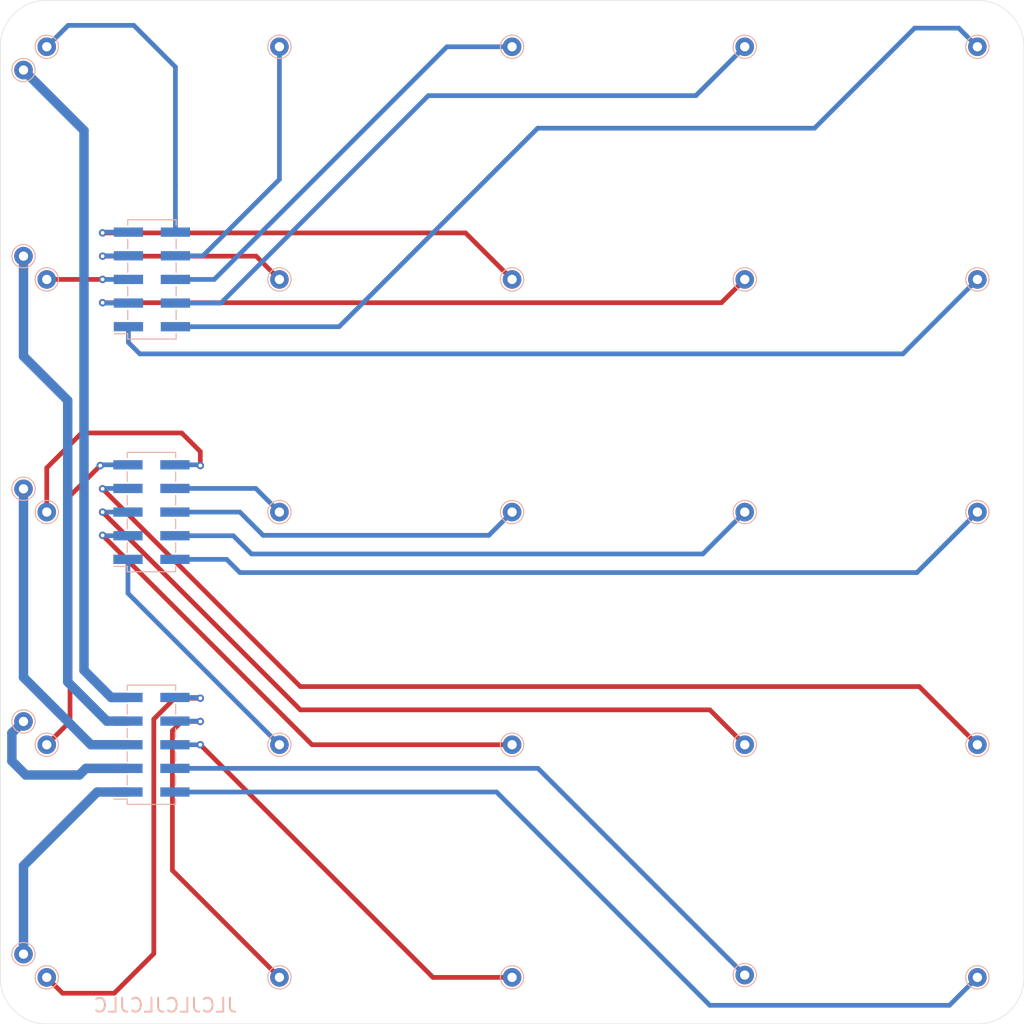
<source format=kicad_pcb>
(kicad_pcb (version 20171130) (host pcbnew "(5.1.10)-1")

  (general
    (thickness 1.6)
    (drawings 9)
    (tracks 136)
    (zones 0)
    (modules 37)
    (nets 31)
  )

  (page A4)
  (layers
    (0 F.Cu signal)
    (31 B.Cu signal)
    (32 B.Adhes user)
    (33 F.Adhes user)
    (34 B.Paste user)
    (35 F.Paste user)
    (36 B.SilkS user)
    (37 F.SilkS user)
    (38 B.Mask user)
    (39 F.Mask user)
    (40 Dwgs.User user)
    (41 Cmts.User user)
    (42 Eco1.User user)
    (43 Eco2.User user)
    (44 Edge.Cuts user)
    (45 Margin user)
    (46 B.CrtYd user)
    (47 F.CrtYd user)
    (48 B.Fab user hide)
    (49 F.Fab user hide)
  )

  (setup
    (last_trace_width 0.25)
    (user_trace_width 0.508)
    (user_trace_width 1.016)
    (trace_clearance 0.2)
    (zone_clearance 0.508)
    (zone_45_only no)
    (trace_min 0.2)
    (via_size 0.8)
    (via_drill 0.4)
    (via_min_size 0.4)
    (via_min_drill 0.3)
    (uvia_size 0.3)
    (uvia_drill 0.1)
    (uvias_allowed no)
    (uvia_min_size 0.2)
    (uvia_min_drill 0.1)
    (edge_width 0.05)
    (segment_width 0.2)
    (pcb_text_width 0.3)
    (pcb_text_size 1.5 1.5)
    (mod_edge_width 0.12)
    (mod_text_size 1 1)
    (mod_text_width 0.15)
    (pad_size 1.524 1.524)
    (pad_drill 0.762)
    (pad_to_mask_clearance 0)
    (aux_axis_origin 0 0)
    (visible_elements 7FFFFFFF)
    (pcbplotparams
      (layerselection 0x010fc_ffffffff)
      (usegerberextensions false)
      (usegerberattributes true)
      (usegerberadvancedattributes true)
      (creategerberjobfile true)
      (excludeedgelayer true)
      (linewidth 0.100000)
      (plotframeref false)
      (viasonmask false)
      (mode 1)
      (useauxorigin false)
      (hpglpennumber 1)
      (hpglpenspeed 20)
      (hpglpendiameter 15.000000)
      (psnegative false)
      (psa4output false)
      (plotreference true)
      (plotvalue true)
      (plotinvisibletext false)
      (padsonsilk false)
      (subtractmaskfromsilk false)
      (outputformat 1)
      (mirror false)
      (drillshape 0)
      (scaleselection 1)
      (outputdirectory "gerber/"))
  )

  (net 0 "")
  (net 1 "Net-(J1-Pad1)")
  (net 2 "Net-(J2-Pad1)")
  (net 3 "Net-(J3-Pad1)")
  (net 4 "Net-(J31-Pad5)")
  (net 5 "Net-(J31-Pad3)")
  (net 6 "Net-(J31-Pad7)")
  (net 7 "Net-(J10-Pad1)")
  (net 8 "Net-(J11-Pad1)")
  (net 9 "Net-(J12-Pad1)")
  (net 10 "Net-(J13-Pad1)")
  (net 11 "Net-(J14-Pad1)")
  (net 12 "Net-(J15-Pad1)")
  (net 13 "Net-(J16-Pad1)")
  (net 14 "Net-(J17-Pad1)")
  (net 15 "Net-(J18-Pad1)")
  (net 16 "Net-(J19-Pad1)")
  (net 17 "Net-(J20-Pad1)")
  (net 18 "Net-(J21-Pad1)")
  (net 19 "Net-(J22-Pad1)")
  (net 20 "Net-(J23-Pad1)")
  (net 21 "Net-(J24-Pad1)")
  (net 22 "Net-(J25-Pad1)")
  (net 23 "Net-(J26-Pad1)")
  (net 24 "Net-(J27-Pad1)")
  (net 25 "Net-(J28-Pad1)")
  (net 26 "Net-(J29-Pad1)")
  (net 27 "Net-(J30-Pad1)")
  (net 28 "Net-(J31-Pad4)")
  (net 29 "Net-(J31-Pad2)")
  (net 30 "Net-(J31-Pad9)")

  (net_class Default "This is the default net class."
    (clearance 0.2)
    (trace_width 0.25)
    (via_dia 0.8)
    (via_drill 0.4)
    (uvia_dia 0.3)
    (uvia_drill 0.1)
    (add_net "Net-(J1-Pad1)")
    (add_net "Net-(J10-Pad1)")
    (add_net "Net-(J11-Pad1)")
    (add_net "Net-(J12-Pad1)")
    (add_net "Net-(J13-Pad1)")
    (add_net "Net-(J14-Pad1)")
    (add_net "Net-(J15-Pad1)")
    (add_net "Net-(J16-Pad1)")
    (add_net "Net-(J17-Pad1)")
    (add_net "Net-(J18-Pad1)")
    (add_net "Net-(J19-Pad1)")
    (add_net "Net-(J2-Pad1)")
    (add_net "Net-(J20-Pad1)")
    (add_net "Net-(J21-Pad1)")
    (add_net "Net-(J22-Pad1)")
    (add_net "Net-(J23-Pad1)")
    (add_net "Net-(J24-Pad1)")
    (add_net "Net-(J25-Pad1)")
    (add_net "Net-(J26-Pad1)")
    (add_net "Net-(J27-Pad1)")
    (add_net "Net-(J28-Pad1)")
    (add_net "Net-(J29-Pad1)")
    (add_net "Net-(J3-Pad1)")
    (add_net "Net-(J30-Pad1)")
    (add_net "Net-(J31-Pad2)")
    (add_net "Net-(J31-Pad3)")
    (add_net "Net-(J31-Pad4)")
    (add_net "Net-(J31-Pad5)")
    (add_net "Net-(J31-Pad7)")
    (add_net "Net-(J31-Pad9)")
  )

  (module Connector_Pin:Pin_D1.0mm_L10.0mm locked (layer B.Cu) (tedit 5A1DC084) (tstamp 613C348C)
    (at 99.25 43)
    (descr "solder Pin_ diameter 1.0mm, hole diameter 1.0mm (press fit), length 10.0mm")
    (tags "solder Pin_ press fit")
    (path /613C1ACA)
    (fp_text reference J1 (at 0 -2.25) (layer B.SilkS) hide
      (effects (font (size 1 1) (thickness 0.15)) (justify mirror))
    )
    (fp_text value Conn_01x01 (at 0 2.05) (layer B.Fab)
      (effects (font (size 1 1) (thickness 0.15)) (justify mirror))
    )
    (fp_circle (center 0 0) (end 1.25 -0.05) (layer B.SilkS) (width 0.12))
    (fp_circle (center 0 0) (end 1 0) (layer B.Fab) (width 0.12))
    (fp_circle (center 0 0) (end 0.5 0) (layer B.Fab) (width 0.12))
    (fp_circle (center 0 0) (end 1.5 0) (layer B.CrtYd) (width 0.05))
    (fp_text user %R (at 0 -2.25) (layer B.Fab)
      (effects (font (size 1 1) (thickness 0.15)) (justify mirror))
    )
    (pad 1 thru_hole circle (at 0 0) (size 2 2) (drill 1) (layers *.Cu *.Mask)
      (net 1 "Net-(J1-Pad1)"))
  )

  (module Connector_Pin:Pin_D1.0mm_L10.0mm locked (layer B.Cu) (tedit 5A1DC084) (tstamp 613C3495)
    (at 124.25 43)
    (descr "solder Pin_ diameter 1.0mm, hole diameter 1.0mm (press fit), length 10.0mm")
    (tags "solder Pin_ press fit")
    (path /613D5274)
    (fp_text reference J2 (at 0 -2.25) (layer B.SilkS) hide
      (effects (font (size 1 1) (thickness 0.15)) (justify mirror))
    )
    (fp_text value Conn_01x01 (at 0 2.05) (layer B.Fab)
      (effects (font (size 1 1) (thickness 0.15)) (justify mirror))
    )
    (fp_circle (center 0 0) (end 1.5 0) (layer B.CrtYd) (width 0.05))
    (fp_circle (center 0 0) (end 0.5 0) (layer B.Fab) (width 0.12))
    (fp_circle (center 0 0) (end 1 0) (layer B.Fab) (width 0.12))
    (fp_circle (center 0 0) (end 1.25 -0.05) (layer B.SilkS) (width 0.12))
    (fp_text user %R (at 0 -2.25) (layer B.Fab)
      (effects (font (size 1 1) (thickness 0.15)) (justify mirror))
    )
    (pad 1 thru_hole circle (at 0 0) (size 2 2) (drill 1) (layers *.Cu *.Mask)
      (net 2 "Net-(J2-Pad1)"))
  )

  (module Connector_Pin:Pin_D1.0mm_L10.0mm locked (layer B.Cu) (tedit 5A1DC084) (tstamp 613C349E)
    (at 149.25 43)
    (descr "solder Pin_ diameter 1.0mm, hole diameter 1.0mm (press fit), length 10.0mm")
    (tags "solder Pin_ press fit")
    (path /613C3897)
    (fp_text reference J3 (at 0 -2.25) (layer B.SilkS) hide
      (effects (font (size 1 1) (thickness 0.15)) (justify mirror))
    )
    (fp_text value Conn_01x01 (at 0 2.05) (layer B.Fab)
      (effects (font (size 1 1) (thickness 0.15)) (justify mirror))
    )
    (fp_circle (center 0 0) (end 1.5 0) (layer B.CrtYd) (width 0.05))
    (fp_circle (center 0 0) (end 0.5 0) (layer B.Fab) (width 0.12))
    (fp_circle (center 0 0) (end 1 0) (layer B.Fab) (width 0.12))
    (fp_circle (center 0 0) (end 1.25 -0.05) (layer B.SilkS) (width 0.12))
    (fp_text user %R (at 0 -2.25) (layer B.Fab)
      (effects (font (size 1 1) (thickness 0.15)) (justify mirror))
    )
    (pad 1 thru_hole circle (at 0 0) (size 2 2) (drill 1) (layers *.Cu *.Mask)
      (net 3 "Net-(J3-Pad1)"))
  )

  (module Connector_Pin:Pin_D1.0mm_L10.0mm locked (layer B.Cu) (tedit 5A1DC084) (tstamp 613C34A7)
    (at 174.25 43)
    (descr "solder Pin_ diameter 1.0mm, hole diameter 1.0mm (press fit), length 10.0mm")
    (tags "solder Pin_ press fit")
    (path /613D527A)
    (fp_text reference J4 (at 0 -2.25) (layer B.SilkS) hide
      (effects (font (size 1 1) (thickness 0.15)) (justify mirror))
    )
    (fp_text value Conn_01x01 (at 0 2.05) (layer B.Fab)
      (effects (font (size 1 1) (thickness 0.15)) (justify mirror))
    )
    (fp_circle (center 0 0) (end 1.25 -0.05) (layer B.SilkS) (width 0.12))
    (fp_circle (center 0 0) (end 1 0) (layer B.Fab) (width 0.12))
    (fp_circle (center 0 0) (end 0.5 0) (layer B.Fab) (width 0.12))
    (fp_circle (center 0 0) (end 1.5 0) (layer B.CrtYd) (width 0.05))
    (fp_text user %R (at 0 -2.25) (layer B.Fab)
      (effects (font (size 1 1) (thickness 0.15)) (justify mirror))
    )
    (pad 1 thru_hole circle (at 0 0) (size 2 2) (drill 1) (layers *.Cu *.Mask)
      (net 28 "Net-(J31-Pad4)"))
  )

  (module Connector_Pin:Pin_D1.0mm_L10.0mm locked (layer B.Cu) (tedit 5A1DC084) (tstamp 613C34B0)
    (at 199.25 43)
    (descr "solder Pin_ diameter 1.0mm, hole diameter 1.0mm (press fit), length 10.0mm")
    (tags "solder Pin_ press fit")
    (path /613C3ABD)
    (fp_text reference J5 (at 0 -2.25) (layer B.SilkS) hide
      (effects (font (size 1 1) (thickness 0.15)) (justify mirror))
    )
    (fp_text value Conn_01x01 (at 0 2.05) (layer B.Fab)
      (effects (font (size 1 1) (thickness 0.15)) (justify mirror))
    )
    (fp_circle (center 0 0) (end 1.25 -0.05) (layer B.SilkS) (width 0.12))
    (fp_circle (center 0 0) (end 1 0) (layer B.Fab) (width 0.12))
    (fp_circle (center 0 0) (end 0.5 0) (layer B.Fab) (width 0.12))
    (fp_circle (center 0 0) (end 1.5 0) (layer B.CrtYd) (width 0.05))
    (fp_text user %R (at 0 -2.25) (layer B.Fab)
      (effects (font (size 1 1) (thickness 0.15)) (justify mirror))
    )
    (pad 1 thru_hole circle (at 0 0) (size 2 2) (drill 1) (layers *.Cu *.Mask)
      (net 29 "Net-(J31-Pad2)"))
  )

  (module Connector_Pin:Pin_D1.0mm_L10.0mm locked (layer B.Cu) (tedit 5A1DC084) (tstamp 613C34B9)
    (at 99.25 68)
    (descr "solder Pin_ diameter 1.0mm, hole diameter 1.0mm (press fit), length 10.0mm")
    (tags "solder Pin_ press fit")
    (path /613D5280)
    (fp_text reference J6 (at 0 -2.25) (layer B.SilkS) hide
      (effects (font (size 1 1) (thickness 0.15)) (justify mirror))
    )
    (fp_text value Conn_01x01 (at 0 2.05) (layer B.Fab)
      (effects (font (size 1 1) (thickness 0.15)) (justify mirror))
    )
    (fp_circle (center 0 0) (end 1.5 0) (layer B.CrtYd) (width 0.05))
    (fp_circle (center 0 0) (end 0.5 0) (layer B.Fab) (width 0.12))
    (fp_circle (center 0 0) (end 1 0) (layer B.Fab) (width 0.12))
    (fp_circle (center 0 0) (end 1.25 -0.05) (layer B.SilkS) (width 0.12))
    (fp_text user %R (at 0 -2.25) (layer B.Fab)
      (effects (font (size 1 1) (thickness 0.15)) (justify mirror))
    )
    (pad 1 thru_hole circle (at 0 0) (size 2 2) (drill 1) (layers *.Cu *.Mask)
      (net 4 "Net-(J31-Pad5)"))
  )

  (module Connector_Pin:Pin_D1.0mm_L10.0mm locked (layer B.Cu) (tedit 5A1DC084) (tstamp 613C34C2)
    (at 124.25 68)
    (descr "solder Pin_ diameter 1.0mm, hole diameter 1.0mm (press fit), length 10.0mm")
    (tags "solder Pin_ press fit")
    (path /613C3D84)
    (fp_text reference J7 (at 0 -2.25) (layer B.SilkS) hide
      (effects (font (size 1 1) (thickness 0.15)) (justify mirror))
    )
    (fp_text value Conn_01x01 (at 0 2.05) (layer B.Fab)
      (effects (font (size 1 1) (thickness 0.15)) (justify mirror))
    )
    (fp_circle (center 0 0) (end 1.5 0) (layer B.CrtYd) (width 0.05))
    (fp_circle (center 0 0) (end 0.5 0) (layer B.Fab) (width 0.12))
    (fp_circle (center 0 0) (end 1 0) (layer B.Fab) (width 0.12))
    (fp_circle (center 0 0) (end 1.25 -0.05) (layer B.SilkS) (width 0.12))
    (fp_text user %R (at 0 -2.25) (layer B.Fab)
      (effects (font (size 1 1) (thickness 0.15)) (justify mirror))
    )
    (pad 1 thru_hole circle (at 0 0) (size 2 2) (drill 1) (layers *.Cu *.Mask)
      (net 6 "Net-(J31-Pad7)"))
  )

  (module Connector_Pin:Pin_D1.0mm_L10.0mm locked (layer B.Cu) (tedit 5A1DC084) (tstamp 613C34CB)
    (at 149.25 68)
    (descr "solder Pin_ diameter 1.0mm, hole diameter 1.0mm (press fit), length 10.0mm")
    (tags "solder Pin_ press fit")
    (path /613D5286)
    (fp_text reference J8 (at 0 -2.25) (layer B.SilkS) hide
      (effects (font (size 1 1) (thickness 0.15)) (justify mirror))
    )
    (fp_text value Conn_01x01 (at 0 2.05) (layer B.Fab)
      (effects (font (size 1 1) (thickness 0.15)) (justify mirror))
    )
    (fp_circle (center 0 0) (end 1.25 -0.05) (layer B.SilkS) (width 0.12))
    (fp_circle (center 0 0) (end 1 0) (layer B.Fab) (width 0.12))
    (fp_circle (center 0 0) (end 0.5 0) (layer B.Fab) (width 0.12))
    (fp_circle (center 0 0) (end 1.5 0) (layer B.CrtYd) (width 0.05))
    (fp_text user %R (at 0 -2.25) (layer B.Fab)
      (effects (font (size 1 1) (thickness 0.15)) (justify mirror))
    )
    (pad 1 thru_hole circle (at 0 0) (size 2 2) (drill 1) (layers *.Cu *.Mask)
      (net 30 "Net-(J31-Pad9)"))
  )

  (module Connector_Pin:Pin_D1.0mm_L10.0mm locked (layer B.Cu) (tedit 5A1DC084) (tstamp 613C34D4)
    (at 174.25 68)
    (descr "solder Pin_ diameter 1.0mm, hole diameter 1.0mm (press fit), length 10.0mm")
    (tags "solder Pin_ press fit")
    (path /613D39BD)
    (fp_text reference J9 (at 0 -2.25) (layer B.SilkS) hide
      (effects (font (size 1 1) (thickness 0.15)) (justify mirror))
    )
    (fp_text value Conn_01x01 (at 0 2.05) (layer B.Fab)
      (effects (font (size 1 1) (thickness 0.15)) (justify mirror))
    )
    (fp_circle (center 0 0) (end 1.25 -0.05) (layer B.SilkS) (width 0.12))
    (fp_circle (center 0 0) (end 1 0) (layer B.Fab) (width 0.12))
    (fp_circle (center 0 0) (end 0.5 0) (layer B.Fab) (width 0.12))
    (fp_circle (center 0 0) (end 1.5 0) (layer B.CrtYd) (width 0.05))
    (fp_text user %R (at 0 -2.25) (layer B.Fab)
      (effects (font (size 1 1) (thickness 0.15)) (justify mirror))
    )
    (pad 1 thru_hole circle (at 0 0) (size 2 2) (drill 1) (layers *.Cu *.Mask)
      (net 5 "Net-(J31-Pad3)"))
  )

  (module Connector_Pin:Pin_D1.0mm_L10.0mm locked (layer B.Cu) (tedit 5A1DC084) (tstamp 613C34DD)
    (at 199.25 68)
    (descr "solder Pin_ diameter 1.0mm, hole diameter 1.0mm (press fit), length 10.0mm")
    (tags "solder Pin_ press fit")
    (path /613D528C)
    (fp_text reference J10 (at 0 -2.25) (layer B.SilkS) hide
      (effects (font (size 1 1) (thickness 0.15)) (justify mirror))
    )
    (fp_text value Conn_01x01 (at 0 2.05) (layer B.Fab)
      (effects (font (size 1 1) (thickness 0.15)) (justify mirror))
    )
    (fp_circle (center 0 0) (end 1.5 0) (layer B.CrtYd) (width 0.05))
    (fp_circle (center 0 0) (end 0.5 0) (layer B.Fab) (width 0.12))
    (fp_circle (center 0 0) (end 1 0) (layer B.Fab) (width 0.12))
    (fp_circle (center 0 0) (end 1.25 -0.05) (layer B.SilkS) (width 0.12))
    (fp_text user %R (at 0 -2.25) (layer B.Fab)
      (effects (font (size 1 1) (thickness 0.15)) (justify mirror))
    )
    (pad 1 thru_hole circle (at 0 0) (size 2 2) (drill 1) (layers *.Cu *.Mask)
      (net 7 "Net-(J10-Pad1)"))
  )

  (module Connector_Pin:Pin_D1.0mm_L10.0mm locked (layer B.Cu) (tedit 5A1DC084) (tstamp 613C34E6)
    (at 99.25 93)
    (descr "solder Pin_ diameter 1.0mm, hole diameter 1.0mm (press fit), length 10.0mm")
    (tags "solder Pin_ press fit")
    (path /613D7ADE)
    (fp_text reference J11 (at 0 -2.25) (layer B.SilkS) hide
      (effects (font (size 1 1) (thickness 0.15)) (justify mirror))
    )
    (fp_text value Conn_01x01 (at 0 2.05) (layer B.Fab)
      (effects (font (size 1 1) (thickness 0.15)) (justify mirror))
    )
    (fp_circle (center 0 0) (end 1.25 -0.05) (layer B.SilkS) (width 0.12))
    (fp_circle (center 0 0) (end 1 0) (layer B.Fab) (width 0.12))
    (fp_circle (center 0 0) (end 0.5 0) (layer B.Fab) (width 0.12))
    (fp_circle (center 0 0) (end 1.5 0) (layer B.CrtYd) (width 0.05))
    (fp_text user %R (at 0 -2.25) (layer B.Fab)
      (effects (font (size 1 1) (thickness 0.15)) (justify mirror))
    )
    (pad 1 thru_hole circle (at 0 0) (size 2 2) (drill 1) (layers *.Cu *.Mask)
      (net 8 "Net-(J11-Pad1)"))
  )

  (module Connector_Pin:Pin_D1.0mm_L10.0mm locked (layer B.Cu) (tedit 5A1DC084) (tstamp 613C34EF)
    (at 124.25 93)
    (descr "solder Pin_ diameter 1.0mm, hole diameter 1.0mm (press fit), length 10.0mm")
    (tags "solder Pin_ press fit")
    (path /613D7AFC)
    (fp_text reference J12 (at 0 -2.25) (layer B.SilkS) hide
      (effects (font (size 1 1) (thickness 0.15)) (justify mirror))
    )
    (fp_text value Conn_01x01 (at 0 2.05) (layer B.Fab)
      (effects (font (size 1 1) (thickness 0.15)) (justify mirror))
    )
    (fp_circle (center 0 0) (end 1.5 0) (layer B.CrtYd) (width 0.05))
    (fp_circle (center 0 0) (end 0.5 0) (layer B.Fab) (width 0.12))
    (fp_circle (center 0 0) (end 1 0) (layer B.Fab) (width 0.12))
    (fp_circle (center 0 0) (end 1.25 -0.05) (layer B.SilkS) (width 0.12))
    (fp_text user %R (at 0 -2.25) (layer B.Fab)
      (effects (font (size 1 1) (thickness 0.15)) (justify mirror))
    )
    (pad 1 thru_hole circle (at 0 0) (size 2 2) (drill 1) (layers *.Cu *.Mask)
      (net 9 "Net-(J12-Pad1)"))
  )

  (module Connector_Pin:Pin_D1.0mm_L10.0mm locked (layer B.Cu) (tedit 5A1DC084) (tstamp 613C34F8)
    (at 149.25 93)
    (descr "solder Pin_ diameter 1.0mm, hole diameter 1.0mm (press fit), length 10.0mm")
    (tags "solder Pin_ press fit")
    (path /613D7AE4)
    (fp_text reference J13 (at 0 -2.25) (layer B.SilkS) hide
      (effects (font (size 1 1) (thickness 0.15)) (justify mirror))
    )
    (fp_text value Conn_01x01 (at 0 2.05) (layer B.Fab)
      (effects (font (size 1 1) (thickness 0.15)) (justify mirror))
    )
    (fp_circle (center 0 0) (end 1.5 0) (layer B.CrtYd) (width 0.05))
    (fp_circle (center 0 0) (end 0.5 0) (layer B.Fab) (width 0.12))
    (fp_circle (center 0 0) (end 1 0) (layer B.Fab) (width 0.12))
    (fp_circle (center 0 0) (end 1.25 -0.05) (layer B.SilkS) (width 0.12))
    (fp_text user %R (at 0 -2.25) (layer B.Fab)
      (effects (font (size 1 1) (thickness 0.15)) (justify mirror))
    )
    (pad 1 thru_hole circle (at 0 0) (size 2 2) (drill 1) (layers *.Cu *.Mask)
      (net 10 "Net-(J13-Pad1)"))
  )

  (module Connector_Pin:Pin_D1.0mm_L10.0mm locked (layer B.Cu) (tedit 5A1DC084) (tstamp 613C3501)
    (at 174.25 93)
    (descr "solder Pin_ diameter 1.0mm, hole diameter 1.0mm (press fit), length 10.0mm")
    (tags "solder Pin_ press fit")
    (path /613D7B02)
    (fp_text reference J14 (at 0 -2.25) (layer B.SilkS) hide
      (effects (font (size 1 1) (thickness 0.15)) (justify mirror))
    )
    (fp_text value Conn_01x01 (at 0 2.05) (layer B.Fab)
      (effects (font (size 1 1) (thickness 0.15)) (justify mirror))
    )
    (fp_circle (center 0 0) (end 1.5 0) (layer B.CrtYd) (width 0.05))
    (fp_circle (center 0 0) (end 0.5 0) (layer B.Fab) (width 0.12))
    (fp_circle (center 0 0) (end 1 0) (layer B.Fab) (width 0.12))
    (fp_circle (center 0 0) (end 1.25 -0.05) (layer B.SilkS) (width 0.12))
    (fp_text user %R (at 0 -2.25) (layer B.Fab)
      (effects (font (size 1 1) (thickness 0.15)) (justify mirror))
    )
    (pad 1 thru_hole circle (at 0 0) (size 2 2) (drill 1) (layers *.Cu *.Mask)
      (net 11 "Net-(J14-Pad1)"))
  )

  (module Connector_Pin:Pin_D1.0mm_L10.0mm locked (layer B.Cu) (tedit 5A1DC084) (tstamp 613C350A)
    (at 199.25 93)
    (descr "solder Pin_ diameter 1.0mm, hole diameter 1.0mm (press fit), length 10.0mm")
    (tags "solder Pin_ press fit")
    (path /613D7AEA)
    (fp_text reference J15 (at 0 -2.25) (layer B.SilkS) hide
      (effects (font (size 1 1) (thickness 0.15)) (justify mirror))
    )
    (fp_text value Conn_01x01 (at 0 2.05) (layer B.Fab)
      (effects (font (size 1 1) (thickness 0.15)) (justify mirror))
    )
    (fp_circle (center 0 0) (end 1.25 -0.05) (layer B.SilkS) (width 0.12))
    (fp_circle (center 0 0) (end 1 0) (layer B.Fab) (width 0.12))
    (fp_circle (center 0 0) (end 0.5 0) (layer B.Fab) (width 0.12))
    (fp_circle (center 0 0) (end 1.5 0) (layer B.CrtYd) (width 0.05))
    (fp_text user %R (at 0 -2.25) (layer B.Fab)
      (effects (font (size 1 1) (thickness 0.15)) (justify mirror))
    )
    (pad 1 thru_hole circle (at 0 0) (size 2 2) (drill 1) (layers *.Cu *.Mask)
      (net 12 "Net-(J15-Pad1)"))
  )

  (module Connector_Pin:Pin_D1.0mm_L10.0mm locked (layer B.Cu) (tedit 5A1DC084) (tstamp 613C3513)
    (at 99.25 118)
    (descr "solder Pin_ diameter 1.0mm, hole diameter 1.0mm (press fit), length 10.0mm")
    (tags "solder Pin_ press fit")
    (path /613D7B08)
    (fp_text reference J16 (at 0 -2.25) (layer B.SilkS) hide
      (effects (font (size 1 1) (thickness 0.15)) (justify mirror))
    )
    (fp_text value Conn_01x01 (at 0 2.05) (layer B.Fab)
      (effects (font (size 1 1) (thickness 0.15)) (justify mirror))
    )
    (fp_circle (center 0 0) (end 1.25 -0.05) (layer B.SilkS) (width 0.12))
    (fp_circle (center 0 0) (end 1 0) (layer B.Fab) (width 0.12))
    (fp_circle (center 0 0) (end 0.5 0) (layer B.Fab) (width 0.12))
    (fp_circle (center 0 0) (end 1.5 0) (layer B.CrtYd) (width 0.05))
    (fp_text user %R (at 0 -2.25) (layer B.Fab)
      (effects (font (size 1 1) (thickness 0.15)) (justify mirror))
    )
    (pad 1 thru_hole circle (at 0 0) (size 2 2) (drill 1) (layers *.Cu *.Mask)
      (net 13 "Net-(J16-Pad1)"))
  )

  (module Connector_Pin:Pin_D1.0mm_L10.0mm locked (layer B.Cu) (tedit 5A1DC084) (tstamp 613C351C)
    (at 124.25 118)
    (descr "solder Pin_ diameter 1.0mm, hole diameter 1.0mm (press fit), length 10.0mm")
    (tags "solder Pin_ press fit")
    (path /613D7AF0)
    (fp_text reference J17 (at 0 -2.25) (layer B.SilkS) hide
      (effects (font (size 1 1) (thickness 0.15)) (justify mirror))
    )
    (fp_text value Conn_01x01 (at 0 2.05) (layer B.Fab)
      (effects (font (size 1 1) (thickness 0.15)) (justify mirror))
    )
    (fp_circle (center 0 0) (end 1.5 0) (layer B.CrtYd) (width 0.05))
    (fp_circle (center 0 0) (end 0.5 0) (layer B.Fab) (width 0.12))
    (fp_circle (center 0 0) (end 1 0) (layer B.Fab) (width 0.12))
    (fp_circle (center 0 0) (end 1.25 -0.05) (layer B.SilkS) (width 0.12))
    (fp_text user %R (at 0 -2.25) (layer B.Fab)
      (effects (font (size 1 1) (thickness 0.15)) (justify mirror))
    )
    (pad 1 thru_hole circle (at 0 0) (size 2 2) (drill 1) (layers *.Cu *.Mask)
      (net 14 "Net-(J17-Pad1)"))
  )

  (module Connector_Pin:Pin_D1.0mm_L10.0mm locked (layer B.Cu) (tedit 5A1DC084) (tstamp 613C3525)
    (at 149.25 118)
    (descr "solder Pin_ diameter 1.0mm, hole diameter 1.0mm (press fit), length 10.0mm")
    (tags "solder Pin_ press fit")
    (path /613D7B0E)
    (fp_text reference J18 (at 0 -2.25) (layer B.SilkS) hide
      (effects (font (size 1 1) (thickness 0.15)) (justify mirror))
    )
    (fp_text value Conn_01x01 (at 0 2.05) (layer B.Fab)
      (effects (font (size 1 1) (thickness 0.15)) (justify mirror))
    )
    (fp_circle (center 0 0) (end 1.25 -0.05) (layer B.SilkS) (width 0.12))
    (fp_circle (center 0 0) (end 1 0) (layer B.Fab) (width 0.12))
    (fp_circle (center 0 0) (end 0.5 0) (layer B.Fab) (width 0.12))
    (fp_circle (center 0 0) (end 1.5 0) (layer B.CrtYd) (width 0.05))
    (fp_text user %R (at 0 -2.25) (layer B.Fab)
      (effects (font (size 1 1) (thickness 0.15)) (justify mirror))
    )
    (pad 1 thru_hole circle (at 0 0) (size 2 2) (drill 1) (layers *.Cu *.Mask)
      (net 15 "Net-(J18-Pad1)"))
  )

  (module Connector_Pin:Pin_D1.0mm_L10.0mm locked (layer B.Cu) (tedit 5A1DC084) (tstamp 613C352E)
    (at 174.25 118)
    (descr "solder Pin_ diameter 1.0mm, hole diameter 1.0mm (press fit), length 10.0mm")
    (tags "solder Pin_ press fit")
    (path /613D7AF6)
    (fp_text reference J19 (at 0 -2.25) (layer B.SilkS) hide
      (effects (font (size 1 1) (thickness 0.15)) (justify mirror))
    )
    (fp_text value Conn_01x01 (at 0 2.05) (layer B.Fab)
      (effects (font (size 1 1) (thickness 0.15)) (justify mirror))
    )
    (fp_circle (center 0 0) (end 1.25 -0.05) (layer B.SilkS) (width 0.12))
    (fp_circle (center 0 0) (end 1 0) (layer B.Fab) (width 0.12))
    (fp_circle (center 0 0) (end 0.5 0) (layer B.Fab) (width 0.12))
    (fp_circle (center 0 0) (end 1.5 0) (layer B.CrtYd) (width 0.05))
    (fp_text user %R (at 0 -2.25) (layer B.Fab)
      (effects (font (size 1 1) (thickness 0.15)) (justify mirror))
    )
    (pad 1 thru_hole circle (at 0 0) (size 2 2) (drill 1) (layers *.Cu *.Mask)
      (net 16 "Net-(J19-Pad1)"))
  )

  (module Connector_Pin:Pin_D1.0mm_L10.0mm locked (layer B.Cu) (tedit 5A1DC084) (tstamp 613C3537)
    (at 199.25 118)
    (descr "solder Pin_ diameter 1.0mm, hole diameter 1.0mm (press fit), length 10.0mm")
    (tags "solder Pin_ press fit")
    (path /613D7B14)
    (fp_text reference J20 (at 0 -2.25) (layer B.SilkS) hide
      (effects (font (size 1 1) (thickness 0.15)) (justify mirror))
    )
    (fp_text value Conn_01x01 (at 0 2.05) (layer B.Fab)
      (effects (font (size 1 1) (thickness 0.15)) (justify mirror))
    )
    (fp_circle (center 0 0) (end 1.5 0) (layer B.CrtYd) (width 0.05))
    (fp_circle (center 0 0) (end 0.5 0) (layer B.Fab) (width 0.12))
    (fp_circle (center 0 0) (end 1 0) (layer B.Fab) (width 0.12))
    (fp_circle (center 0 0) (end 1.25 -0.05) (layer B.SilkS) (width 0.12))
    (fp_text user %R (at 0 -2.25) (layer B.Fab)
      (effects (font (size 1 1) (thickness 0.15)) (justify mirror))
    )
    (pad 1 thru_hole circle (at 0 0) (size 2 2) (drill 1) (layers *.Cu *.Mask)
      (net 17 "Net-(J20-Pad1)"))
  )

  (module Connector_Pin:Pin_D1.0mm_L10.0mm locked (layer B.Cu) (tedit 5A1DC084) (tstamp 613C3540)
    (at 99.25 143)
    (descr "solder Pin_ diameter 1.0mm, hole diameter 1.0mm (press fit), length 10.0mm")
    (tags "solder Pin_ press fit")
    (path /613D96E2)
    (fp_text reference J21 (at 0 -2.25) (layer B.SilkS) hide
      (effects (font (size 1 1) (thickness 0.15)) (justify mirror))
    )
    (fp_text value Conn_01x01 (at 0 2.05) (layer B.Fab)
      (effects (font (size 1 1) (thickness 0.15)) (justify mirror))
    )
    (fp_circle (center 0 0) (end 1.25 -0.05) (layer B.SilkS) (width 0.12))
    (fp_circle (center 0 0) (end 1 0) (layer B.Fab) (width 0.12))
    (fp_circle (center 0 0) (end 0.5 0) (layer B.Fab) (width 0.12))
    (fp_circle (center 0 0) (end 1.5 0) (layer B.CrtYd) (width 0.05))
    (fp_text user %R (at 0 -2.25) (layer B.Fab)
      (effects (font (size 1 1) (thickness 0.15)) (justify mirror))
    )
    (pad 1 thru_hole circle (at 0 0) (size 2 2) (drill 1) (layers *.Cu *.Mask)
      (net 18 "Net-(J21-Pad1)"))
  )

  (module Connector_Pin:Pin_D1.0mm_L10.0mm locked (layer B.Cu) (tedit 5A1DC084) (tstamp 613C3549)
    (at 124.25 143)
    (descr "solder Pin_ diameter 1.0mm, hole diameter 1.0mm (press fit), length 10.0mm")
    (tags "solder Pin_ press fit")
    (path /613D9700)
    (fp_text reference J22 (at 0 -2.25) (layer B.SilkS) hide
      (effects (font (size 1 1) (thickness 0.15)) (justify mirror))
    )
    (fp_text value Conn_01x01 (at 0 2.05) (layer B.Fab)
      (effects (font (size 1 1) (thickness 0.15)) (justify mirror))
    )
    (fp_circle (center 0 0) (end 1.5 0) (layer B.CrtYd) (width 0.05))
    (fp_circle (center 0 0) (end 0.5 0) (layer B.Fab) (width 0.12))
    (fp_circle (center 0 0) (end 1 0) (layer B.Fab) (width 0.12))
    (fp_circle (center 0 0) (end 1.25 -0.05) (layer B.SilkS) (width 0.12))
    (fp_text user %R (at 0 -2.25) (layer B.Fab)
      (effects (font (size 1 1) (thickness 0.15)) (justify mirror))
    )
    (pad 1 thru_hole circle (at 0 0) (size 2 2) (drill 1) (layers *.Cu *.Mask)
      (net 19 "Net-(J22-Pad1)"))
  )

  (module Connector_Pin:Pin_D1.0mm_L10.0mm locked (layer B.Cu) (tedit 5A1DC084) (tstamp 613C3552)
    (at 149.25 143)
    (descr "solder Pin_ diameter 1.0mm, hole diameter 1.0mm (press fit), length 10.0mm")
    (tags "solder Pin_ press fit")
    (path /613D96E8)
    (fp_text reference J23 (at 0 -2.25) (layer B.SilkS) hide
      (effects (font (size 1 1) (thickness 0.15)) (justify mirror))
    )
    (fp_text value Conn_01x01 (at 0 2.05) (layer B.Fab)
      (effects (font (size 1 1) (thickness 0.15)) (justify mirror))
    )
    (fp_circle (center 0 0) (end 1.5 0) (layer B.CrtYd) (width 0.05))
    (fp_circle (center 0 0) (end 0.5 0) (layer B.Fab) (width 0.12))
    (fp_circle (center 0 0) (end 1 0) (layer B.Fab) (width 0.12))
    (fp_circle (center 0 0) (end 1.25 -0.05) (layer B.SilkS) (width 0.12))
    (fp_text user %R (at 0 -2.25) (layer B.Fab)
      (effects (font (size 1 1) (thickness 0.15)) (justify mirror))
    )
    (pad 1 thru_hole circle (at 0 0) (size 2 2) (drill 1) (layers *.Cu *.Mask)
      (net 20 "Net-(J23-Pad1)"))
  )

  (module Connector_Pin:Pin_D1.0mm_L10.0mm locked (layer B.Cu) (tedit 5A1DC084) (tstamp 613C355B)
    (at 174.25 142.75)
    (descr "solder Pin_ diameter 1.0mm, hole diameter 1.0mm (press fit), length 10.0mm")
    (tags "solder Pin_ press fit")
    (path /613D9706)
    (fp_text reference J24 (at 0 -2.25) (layer B.SilkS) hide
      (effects (font (size 1 1) (thickness 0.15)) (justify mirror))
    )
    (fp_text value Conn_01x01 (at 0 2.05) (layer B.Fab)
      (effects (font (size 1 1) (thickness 0.15)) (justify mirror))
    )
    (fp_circle (center 0 0) (end 1.25 -0.05) (layer B.SilkS) (width 0.12))
    (fp_circle (center 0 0) (end 1 0) (layer B.Fab) (width 0.12))
    (fp_circle (center 0 0) (end 0.5 0) (layer B.Fab) (width 0.12))
    (fp_circle (center 0 0) (end 1.5 0) (layer B.CrtYd) (width 0.05))
    (fp_text user %R (at 0 -2.25) (layer B.Fab)
      (effects (font (size 1 1) (thickness 0.15)) (justify mirror))
    )
    (pad 1 thru_hole circle (at 0 0) (size 2 2) (drill 1) (layers *.Cu *.Mask)
      (net 21 "Net-(J24-Pad1)"))
  )

  (module Connector_Pin:Pin_D1.0mm_L10.0mm locked (layer B.Cu) (tedit 5A1DC084) (tstamp 613C3564)
    (at 199.25 143)
    (descr "solder Pin_ diameter 1.0mm, hole diameter 1.0mm (press fit), length 10.0mm")
    (tags "solder Pin_ press fit")
    (path /613D96EE)
    (fp_text reference J25 (at 0 -2.25) (layer B.SilkS) hide
      (effects (font (size 1 1) (thickness 0.15)) (justify mirror))
    )
    (fp_text value Conn_01x01 (at 0 2.05) (layer B.Fab)
      (effects (font (size 1 1) (thickness 0.15)) (justify mirror))
    )
    (fp_circle (center 0 0) (end 1.25 -0.05) (layer B.SilkS) (width 0.12))
    (fp_circle (center 0 0) (end 1 0) (layer B.Fab) (width 0.12))
    (fp_circle (center 0 0) (end 0.5 0) (layer B.Fab) (width 0.12))
    (fp_circle (center 0 0) (end 1.5 0) (layer B.CrtYd) (width 0.05))
    (fp_text user %R (at 0 -2.25) (layer B.Fab)
      (effects (font (size 1 1) (thickness 0.15)) (justify mirror))
    )
    (pad 1 thru_hole circle (at 0 0) (size 2 2) (drill 1) (layers *.Cu *.Mask)
      (net 22 "Net-(J25-Pad1)"))
  )

  (module Connector_Pin:Pin_D1.0mm_L10.0mm (layer B.Cu) (tedit 5A1DC084) (tstamp 613C356D)
    (at 96.75 45.5 270)
    (descr "solder Pin_ diameter 1.0mm, hole diameter 1.0mm (press fit), length 10.0mm")
    (tags "solder Pin_ press fit")
    (path /613D970C)
    (fp_text reference J26 (at 0 -2.25 270) (layer B.SilkS) hide
      (effects (font (size 1 1) (thickness 0.15)) (justify mirror))
    )
    (fp_text value Conn_01x01 (at 0 2.05 270) (layer B.Fab)
      (effects (font (size 1 1) (thickness 0.15)) (justify mirror))
    )
    (fp_circle (center 0 0) (end 1.5 0) (layer B.CrtYd) (width 0.05))
    (fp_circle (center 0 0) (end 0.5 0) (layer B.Fab) (width 0.12))
    (fp_circle (center 0 0) (end 1 0) (layer B.Fab) (width 0.12))
    (fp_circle (center 0 0) (end 1.25 -0.05) (layer B.SilkS) (width 0.12))
    (fp_text user %R (at 0 -2.25 270) (layer B.Fab)
      (effects (font (size 1 1) (thickness 0.15)) (justify mirror))
    )
    (pad 1 thru_hole circle (at 0 0 270) (size 2 2) (drill 1) (layers *.Cu *.Mask)
      (net 23 "Net-(J26-Pad1)"))
  )

  (module Connector_Pin:Pin_D1.0mm_L10.0mm (layer B.Cu) (tedit 5A1DC084) (tstamp 613C3576)
    (at 96.75 65.5 270)
    (descr "solder Pin_ diameter 1.0mm, hole diameter 1.0mm (press fit), length 10.0mm")
    (tags "solder Pin_ press fit")
    (path /613D96F4)
    (fp_text reference J27 (at 0 -2.25 270) (layer B.SilkS) hide
      (effects (font (size 1 1) (thickness 0.15)) (justify mirror))
    )
    (fp_text value Conn_01x01 (at 0 2.05 270) (layer B.Fab)
      (effects (font (size 1 1) (thickness 0.15)) (justify mirror))
    )
    (fp_circle (center 0 0) (end 1.5 0) (layer B.CrtYd) (width 0.05))
    (fp_circle (center 0 0) (end 0.5 0) (layer B.Fab) (width 0.12))
    (fp_circle (center 0 0) (end 1 0) (layer B.Fab) (width 0.12))
    (fp_circle (center 0 0) (end 1.25 -0.05) (layer B.SilkS) (width 0.12))
    (fp_text user %R (at 0 -2.25 270) (layer B.Fab)
      (effects (font (size 1 1) (thickness 0.15)) (justify mirror))
    )
    (pad 1 thru_hole circle (at 0 0 270) (size 2 2) (drill 1) (layers *.Cu *.Mask)
      (net 24 "Net-(J27-Pad1)"))
  )

  (module Connector_Pin:Pin_D1.0mm_L10.0mm (layer B.Cu) (tedit 5A1DC084) (tstamp 613C357F)
    (at 96.75 90.5 270)
    (descr "solder Pin_ diameter 1.0mm, hole diameter 1.0mm (press fit), length 10.0mm")
    (tags "solder Pin_ press fit")
    (path /613D9712)
    (fp_text reference J28 (at 0 -2.25 270) (layer B.SilkS) hide
      (effects (font (size 1 1) (thickness 0.15)) (justify mirror))
    )
    (fp_text value Conn_01x01 (at 0 2.05 270) (layer B.Fab)
      (effects (font (size 1 1) (thickness 0.15)) (justify mirror))
    )
    (fp_circle (center 0 0) (end 1.25 -0.05) (layer B.SilkS) (width 0.12))
    (fp_circle (center 0 0) (end 1 0) (layer B.Fab) (width 0.12))
    (fp_circle (center 0 0) (end 0.5 0) (layer B.Fab) (width 0.12))
    (fp_circle (center 0 0) (end 1.5 0) (layer B.CrtYd) (width 0.05))
    (fp_text user %R (at 0 -2.25 270) (layer B.Fab)
      (effects (font (size 1 1) (thickness 0.15)) (justify mirror))
    )
    (pad 1 thru_hole circle (at 0 0 270) (size 2 2) (drill 1) (layers *.Cu *.Mask)
      (net 25 "Net-(J28-Pad1)"))
  )

  (module Connector_Pin:Pin_D1.0mm_L10.0mm (layer B.Cu) (tedit 5A1DC084) (tstamp 613C3588)
    (at 96.75 115.5 270)
    (descr "solder Pin_ diameter 1.0mm, hole diameter 1.0mm (press fit), length 10.0mm")
    (tags "solder Pin_ press fit")
    (path /613D96FA)
    (fp_text reference J29 (at 0 -2.25 270) (layer B.SilkS) hide
      (effects (font (size 1 1) (thickness 0.15)) (justify mirror))
    )
    (fp_text value Conn_01x01 (at 0 2.05 270) (layer B.Fab)
      (effects (font (size 1 1) (thickness 0.15)) (justify mirror))
    )
    (fp_circle (center 0 0) (end 1.25 -0.05) (layer B.SilkS) (width 0.12))
    (fp_circle (center 0 0) (end 1 0) (layer B.Fab) (width 0.12))
    (fp_circle (center 0 0) (end 0.5 0) (layer B.Fab) (width 0.12))
    (fp_circle (center 0 0) (end 1.5 0) (layer B.CrtYd) (width 0.05))
    (fp_text user %R (at 0 -2.25 270) (layer B.Fab)
      (effects (font (size 1 1) (thickness 0.15)) (justify mirror))
    )
    (pad 1 thru_hole circle (at 0 0 270) (size 2 2) (drill 1) (layers *.Cu *.Mask)
      (net 26 "Net-(J29-Pad1)"))
  )

  (module Connector_Pin:Pin_D1.0mm_L10.0mm (layer B.Cu) (tedit 5A1DC084) (tstamp 613C3591)
    (at 96.75 140.5 270)
    (descr "solder Pin_ diameter 1.0mm, hole diameter 1.0mm (press fit), length 10.0mm")
    (tags "solder Pin_ press fit")
    (path /613D9718)
    (fp_text reference J30 (at 0 -2.25 270) (layer B.SilkS) hide
      (effects (font (size 1 1) (thickness 0.15)) (justify mirror))
    )
    (fp_text value Conn_01x01 (at 0 2.05 270) (layer B.Fab)
      (effects (font (size 1 1) (thickness 0.15)) (justify mirror))
    )
    (fp_circle (center 0 0) (end 1.5 0) (layer B.CrtYd) (width 0.05))
    (fp_circle (center 0 0) (end 0.5 0) (layer B.Fab) (width 0.12))
    (fp_circle (center 0 0) (end 1 0) (layer B.Fab) (width 0.12))
    (fp_circle (center 0 0) (end 1.25 -0.05) (layer B.SilkS) (width 0.12))
    (fp_text user %R (at 0 -2.25 270) (layer B.Fab)
      (effects (font (size 1 1) (thickness 0.15)) (justify mirror))
    )
    (pad 1 thru_hole circle (at 0 0 270) (size 2 2) (drill 1) (layers *.Cu *.Mask)
      (net 27 "Net-(J30-Pad1)"))
  )

  (module Connector_PinHeader_2.54mm:PinHeader_2x05_P2.54mm_Vertical_SMD (layer B.Cu) (tedit 59FED5CC) (tstamp 613C359A)
    (at 110.55 68)
    (descr "surface-mounted straight pin header, 2x05, 2.54mm pitch, double rows")
    (tags "Surface mounted pin header SMD 2x05 2.54mm double row")
    (path /613EA804)
    (attr smd)
    (fp_text reference J31 (at 0 7.41) (layer B.SilkS) hide
      (effects (font (size 1 1) (thickness 0.15)) (justify mirror))
    )
    (fp_text value Conn_02x05_Odd_Even (at 0 -7.41) (layer B.Fab)
      (effects (font (size 1 1) (thickness 0.15)) (justify mirror))
    )
    (fp_line (start 5.9 6.85) (end -5.9 6.85) (layer B.CrtYd) (width 0.05))
    (fp_line (start 5.9 -6.85) (end 5.9 6.85) (layer B.CrtYd) (width 0.05))
    (fp_line (start -5.9 -6.85) (end 5.9 -6.85) (layer B.CrtYd) (width 0.05))
    (fp_line (start -5.9 6.85) (end -5.9 -6.85) (layer B.CrtYd) (width 0.05))
    (fp_line (start 2.6 -3.3) (end 2.6 -4.32) (layer B.SilkS) (width 0.12))
    (fp_line (start -2.6 -3.3) (end -2.6 -4.32) (layer B.SilkS) (width 0.12))
    (fp_line (start 2.6 -0.76) (end 2.6 -1.78) (layer B.SilkS) (width 0.12))
    (fp_line (start -2.6 -0.76) (end -2.6 -1.78) (layer B.SilkS) (width 0.12))
    (fp_line (start 2.6 1.78) (end 2.6 0.76) (layer B.SilkS) (width 0.12))
    (fp_line (start -2.6 1.78) (end -2.6 0.76) (layer B.SilkS) (width 0.12))
    (fp_line (start 2.6 4.32) (end 2.6 3.3) (layer B.SilkS) (width 0.12))
    (fp_line (start -2.6 4.32) (end -2.6 3.3) (layer B.SilkS) (width 0.12))
    (fp_line (start 2.6 -5.84) (end 2.6 -6.41) (layer B.SilkS) (width 0.12))
    (fp_line (start -2.6 -5.84) (end -2.6 -6.41) (layer B.SilkS) (width 0.12))
    (fp_line (start 2.6 6.41) (end 2.6 5.84) (layer B.SilkS) (width 0.12))
    (fp_line (start -2.6 6.41) (end -2.6 5.84) (layer B.SilkS) (width 0.12))
    (fp_line (start -4.04 5.84) (end -2.6 5.84) (layer B.SilkS) (width 0.12))
    (fp_line (start -2.6 -6.41) (end 2.6 -6.41) (layer B.SilkS) (width 0.12))
    (fp_line (start -2.6 6.41) (end 2.6 6.41) (layer B.SilkS) (width 0.12))
    (fp_line (start 3.6 -5.4) (end 2.54 -5.4) (layer B.Fab) (width 0.1))
    (fp_line (start 3.6 -4.76) (end 3.6 -5.4) (layer B.Fab) (width 0.1))
    (fp_line (start 2.54 -4.76) (end 3.6 -4.76) (layer B.Fab) (width 0.1))
    (fp_line (start -3.6 -5.4) (end -2.54 -5.4) (layer B.Fab) (width 0.1))
    (fp_line (start -3.6 -4.76) (end -3.6 -5.4) (layer B.Fab) (width 0.1))
    (fp_line (start -2.54 -4.76) (end -3.6 -4.76) (layer B.Fab) (width 0.1))
    (fp_line (start 3.6 -2.86) (end 2.54 -2.86) (layer B.Fab) (width 0.1))
    (fp_line (start 3.6 -2.22) (end 3.6 -2.86) (layer B.Fab) (width 0.1))
    (fp_line (start 2.54 -2.22) (end 3.6 -2.22) (layer B.Fab) (width 0.1))
    (fp_line (start -3.6 -2.86) (end -2.54 -2.86) (layer B.Fab) (width 0.1))
    (fp_line (start -3.6 -2.22) (end -3.6 -2.86) (layer B.Fab) (width 0.1))
    (fp_line (start -2.54 -2.22) (end -3.6 -2.22) (layer B.Fab) (width 0.1))
    (fp_line (start 3.6 -0.32) (end 2.54 -0.32) (layer B.Fab) (width 0.1))
    (fp_line (start 3.6 0.32) (end 3.6 -0.32) (layer B.Fab) (width 0.1))
    (fp_line (start 2.54 0.32) (end 3.6 0.32) (layer B.Fab) (width 0.1))
    (fp_line (start -3.6 -0.32) (end -2.54 -0.32) (layer B.Fab) (width 0.1))
    (fp_line (start -3.6 0.32) (end -3.6 -0.32) (layer B.Fab) (width 0.1))
    (fp_line (start -2.54 0.32) (end -3.6 0.32) (layer B.Fab) (width 0.1))
    (fp_line (start 3.6 2.22) (end 2.54 2.22) (layer B.Fab) (width 0.1))
    (fp_line (start 3.6 2.86) (end 3.6 2.22) (layer B.Fab) (width 0.1))
    (fp_line (start 2.54 2.86) (end 3.6 2.86) (layer B.Fab) (width 0.1))
    (fp_line (start -3.6 2.22) (end -2.54 2.22) (layer B.Fab) (width 0.1))
    (fp_line (start -3.6 2.86) (end -3.6 2.22) (layer B.Fab) (width 0.1))
    (fp_line (start -2.54 2.86) (end -3.6 2.86) (layer B.Fab) (width 0.1))
    (fp_line (start 3.6 4.76) (end 2.54 4.76) (layer B.Fab) (width 0.1))
    (fp_line (start 3.6 5.4) (end 3.6 4.76) (layer B.Fab) (width 0.1))
    (fp_line (start 2.54 5.4) (end 3.6 5.4) (layer B.Fab) (width 0.1))
    (fp_line (start -3.6 4.76) (end -2.54 4.76) (layer B.Fab) (width 0.1))
    (fp_line (start -3.6 5.4) (end -3.6 4.76) (layer B.Fab) (width 0.1))
    (fp_line (start -2.54 5.4) (end -3.6 5.4) (layer B.Fab) (width 0.1))
    (fp_line (start 2.54 6.35) (end 2.54 -6.35) (layer B.Fab) (width 0.1))
    (fp_line (start -2.54 5.4) (end -1.59 6.35) (layer B.Fab) (width 0.1))
    (fp_line (start -2.54 -6.35) (end -2.54 5.4) (layer B.Fab) (width 0.1))
    (fp_line (start -1.59 6.35) (end 2.54 6.35) (layer B.Fab) (width 0.1))
    (fp_line (start 2.54 -6.35) (end -2.54 -6.35) (layer B.Fab) (width 0.1))
    (fp_text user %R (at 0 0 -90) (layer B.Fab)
      (effects (font (size 1 1) (thickness 0.15)) (justify mirror))
    )
    (pad 1 smd rect (at -2.525 5.08) (size 3.15 1) (layers B.Cu B.Paste B.Mask)
      (net 7 "Net-(J10-Pad1)"))
    (pad 2 smd rect (at 2.525 5.08) (size 3.15 1) (layers B.Cu B.Paste B.Mask)
      (net 29 "Net-(J31-Pad2)"))
    (pad 3 smd rect (at -2.525 2.54) (size 3.15 1) (layers B.Cu B.Paste B.Mask)
      (net 5 "Net-(J31-Pad3)"))
    (pad 4 smd rect (at 2.525 2.54) (size 3.15 1) (layers B.Cu B.Paste B.Mask)
      (net 28 "Net-(J31-Pad4)"))
    (pad 5 smd rect (at -2.525 0) (size 3.15 1) (layers B.Cu B.Paste B.Mask)
      (net 4 "Net-(J31-Pad5)"))
    (pad 6 smd rect (at 2.525 0) (size 3.15 1) (layers B.Cu B.Paste B.Mask)
      (net 3 "Net-(J3-Pad1)"))
    (pad 7 smd rect (at -2.525 -2.54) (size 3.15 1) (layers B.Cu B.Paste B.Mask)
      (net 6 "Net-(J31-Pad7)"))
    (pad 8 smd rect (at 2.525 -2.54) (size 3.15 1) (layers B.Cu B.Paste B.Mask)
      (net 2 "Net-(J2-Pad1)"))
    (pad 9 smd rect (at -2.525 -5.08) (size 3.15 1) (layers B.Cu B.Paste B.Mask)
      (net 30 "Net-(J31-Pad9)"))
    (pad 10 smd rect (at 2.525 -5.08) (size 3.15 1) (layers B.Cu B.Paste B.Mask)
      (net 1 "Net-(J1-Pad1)"))
    (model ${KISYS3DMOD}/Connector_PinHeader_2.54mm.3dshapes/PinHeader_2x05_P2.54mm_Vertical_SMD.wrl
      (at (xyz 0 0 0))
      (scale (xyz 1 1 1))
      (rotate (xyz 0 0 0))
    )
    (model "C:/Users/Josip/Google Drive/TVZ/Ostalo/KiCad/LED_Cube_5X5X5/3d modeli/61201023021 (rev1).stp"
      (offset (xyz 0 0 10.5))
      (scale (xyz 1 1 1))
      (rotate (xyz 0 180 -90))
    )
  )

  (module Connector_PinHeader_2.54mm:PinHeader_2x05_P2.54mm_Vertical_SMD (layer B.Cu) (tedit 59FED5CC) (tstamp 613C35DE)
    (at 110.5 93)
    (descr "surface-mounted straight pin header, 2x05, 2.54mm pitch, double rows")
    (tags "Surface mounted pin header SMD 2x05 2.54mm double row")
    (path /613EA7FE)
    (attr smd)
    (fp_text reference J32 (at 0 7.41) (layer B.SilkS) hide
      (effects (font (size 1 1) (thickness 0.15)) (justify mirror))
    )
    (fp_text value Conn_02x05_Odd_Even (at 0 -7.41) (layer B.Fab)
      (effects (font (size 1 1) (thickness 0.15)) (justify mirror))
    )
    (fp_line (start 2.54 -6.35) (end -2.54 -6.35) (layer B.Fab) (width 0.1))
    (fp_line (start -1.59 6.35) (end 2.54 6.35) (layer B.Fab) (width 0.1))
    (fp_line (start -2.54 -6.35) (end -2.54 5.4) (layer B.Fab) (width 0.1))
    (fp_line (start -2.54 5.4) (end -1.59 6.35) (layer B.Fab) (width 0.1))
    (fp_line (start 2.54 6.35) (end 2.54 -6.35) (layer B.Fab) (width 0.1))
    (fp_line (start -2.54 5.4) (end -3.6 5.4) (layer B.Fab) (width 0.1))
    (fp_line (start -3.6 5.4) (end -3.6 4.76) (layer B.Fab) (width 0.1))
    (fp_line (start -3.6 4.76) (end -2.54 4.76) (layer B.Fab) (width 0.1))
    (fp_line (start 2.54 5.4) (end 3.6 5.4) (layer B.Fab) (width 0.1))
    (fp_line (start 3.6 5.4) (end 3.6 4.76) (layer B.Fab) (width 0.1))
    (fp_line (start 3.6 4.76) (end 2.54 4.76) (layer B.Fab) (width 0.1))
    (fp_line (start -2.54 2.86) (end -3.6 2.86) (layer B.Fab) (width 0.1))
    (fp_line (start -3.6 2.86) (end -3.6 2.22) (layer B.Fab) (width 0.1))
    (fp_line (start -3.6 2.22) (end -2.54 2.22) (layer B.Fab) (width 0.1))
    (fp_line (start 2.54 2.86) (end 3.6 2.86) (layer B.Fab) (width 0.1))
    (fp_line (start 3.6 2.86) (end 3.6 2.22) (layer B.Fab) (width 0.1))
    (fp_line (start 3.6 2.22) (end 2.54 2.22) (layer B.Fab) (width 0.1))
    (fp_line (start -2.54 0.32) (end -3.6 0.32) (layer B.Fab) (width 0.1))
    (fp_line (start -3.6 0.32) (end -3.6 -0.32) (layer B.Fab) (width 0.1))
    (fp_line (start -3.6 -0.32) (end -2.54 -0.32) (layer B.Fab) (width 0.1))
    (fp_line (start 2.54 0.32) (end 3.6 0.32) (layer B.Fab) (width 0.1))
    (fp_line (start 3.6 0.32) (end 3.6 -0.32) (layer B.Fab) (width 0.1))
    (fp_line (start 3.6 -0.32) (end 2.54 -0.32) (layer B.Fab) (width 0.1))
    (fp_line (start -2.54 -2.22) (end -3.6 -2.22) (layer B.Fab) (width 0.1))
    (fp_line (start -3.6 -2.22) (end -3.6 -2.86) (layer B.Fab) (width 0.1))
    (fp_line (start -3.6 -2.86) (end -2.54 -2.86) (layer B.Fab) (width 0.1))
    (fp_line (start 2.54 -2.22) (end 3.6 -2.22) (layer B.Fab) (width 0.1))
    (fp_line (start 3.6 -2.22) (end 3.6 -2.86) (layer B.Fab) (width 0.1))
    (fp_line (start 3.6 -2.86) (end 2.54 -2.86) (layer B.Fab) (width 0.1))
    (fp_line (start -2.54 -4.76) (end -3.6 -4.76) (layer B.Fab) (width 0.1))
    (fp_line (start -3.6 -4.76) (end -3.6 -5.4) (layer B.Fab) (width 0.1))
    (fp_line (start -3.6 -5.4) (end -2.54 -5.4) (layer B.Fab) (width 0.1))
    (fp_line (start 2.54 -4.76) (end 3.6 -4.76) (layer B.Fab) (width 0.1))
    (fp_line (start 3.6 -4.76) (end 3.6 -5.4) (layer B.Fab) (width 0.1))
    (fp_line (start 3.6 -5.4) (end 2.54 -5.4) (layer B.Fab) (width 0.1))
    (fp_line (start -2.6 6.41) (end 2.6 6.41) (layer B.SilkS) (width 0.12))
    (fp_line (start -2.6 -6.41) (end 2.6 -6.41) (layer B.SilkS) (width 0.12))
    (fp_line (start -4.04 5.84) (end -2.6 5.84) (layer B.SilkS) (width 0.12))
    (fp_line (start -2.6 6.41) (end -2.6 5.84) (layer B.SilkS) (width 0.12))
    (fp_line (start 2.6 6.41) (end 2.6 5.84) (layer B.SilkS) (width 0.12))
    (fp_line (start -2.6 -5.84) (end -2.6 -6.41) (layer B.SilkS) (width 0.12))
    (fp_line (start 2.6 -5.84) (end 2.6 -6.41) (layer B.SilkS) (width 0.12))
    (fp_line (start -2.6 4.32) (end -2.6 3.3) (layer B.SilkS) (width 0.12))
    (fp_line (start 2.6 4.32) (end 2.6 3.3) (layer B.SilkS) (width 0.12))
    (fp_line (start -2.6 1.78) (end -2.6 0.76) (layer B.SilkS) (width 0.12))
    (fp_line (start 2.6 1.78) (end 2.6 0.76) (layer B.SilkS) (width 0.12))
    (fp_line (start -2.6 -0.76) (end -2.6 -1.78) (layer B.SilkS) (width 0.12))
    (fp_line (start 2.6 -0.76) (end 2.6 -1.78) (layer B.SilkS) (width 0.12))
    (fp_line (start -2.6 -3.3) (end -2.6 -4.32) (layer B.SilkS) (width 0.12))
    (fp_line (start 2.6 -3.3) (end 2.6 -4.32) (layer B.SilkS) (width 0.12))
    (fp_line (start -5.9 6.85) (end -5.9 -6.85) (layer B.CrtYd) (width 0.05))
    (fp_line (start -5.9 -6.85) (end 5.9 -6.85) (layer B.CrtYd) (width 0.05))
    (fp_line (start 5.9 -6.85) (end 5.9 6.85) (layer B.CrtYd) (width 0.05))
    (fp_line (start 5.9 6.85) (end -5.9 6.85) (layer B.CrtYd) (width 0.05))
    (fp_text user %R (at 0 0 -90) (layer B.Fab)
      (effects (font (size 1 1) (thickness 0.15)) (justify mirror))
    )
    (pad 10 smd rect (at 2.525 -5.08) (size 3.15 1) (layers B.Cu B.Paste B.Mask)
      (net 8 "Net-(J11-Pad1)"))
    (pad 9 smd rect (at -2.525 -5.08) (size 3.15 1) (layers B.Cu B.Paste B.Mask)
      (net 13 "Net-(J16-Pad1)"))
    (pad 8 smd rect (at 2.525 -2.54) (size 3.15 1) (layers B.Cu B.Paste B.Mask)
      (net 9 "Net-(J12-Pad1)"))
    (pad 7 smd rect (at -2.525 -2.54) (size 3.15 1) (layers B.Cu B.Paste B.Mask)
      (net 17 "Net-(J20-Pad1)"))
    (pad 6 smd rect (at 2.525 0) (size 3.15 1) (layers B.Cu B.Paste B.Mask)
      (net 10 "Net-(J13-Pad1)"))
    (pad 5 smd rect (at -2.525 0) (size 3.15 1) (layers B.Cu B.Paste B.Mask)
      (net 16 "Net-(J19-Pad1)"))
    (pad 4 smd rect (at 2.525 2.54) (size 3.15 1) (layers B.Cu B.Paste B.Mask)
      (net 11 "Net-(J14-Pad1)"))
    (pad 3 smd rect (at -2.525 2.54) (size 3.15 1) (layers B.Cu B.Paste B.Mask)
      (net 15 "Net-(J18-Pad1)"))
    (pad 2 smd rect (at 2.525 5.08) (size 3.15 1) (layers B.Cu B.Paste B.Mask)
      (net 12 "Net-(J15-Pad1)"))
    (pad 1 smd rect (at -2.525 5.08) (size 3.15 1) (layers B.Cu B.Paste B.Mask)
      (net 14 "Net-(J17-Pad1)"))
    (model ${KISYS3DMOD}/Connector_PinHeader_2.54mm.3dshapes/PinHeader_2x05_P2.54mm_Vertical_SMD.wrl
      (at (xyz 0 0 0))
      (scale (xyz 1 1 1))
      (rotate (xyz 0 0 0))
    )
    (model "C:/Users/Josip/Google Drive/TVZ/Ostalo/KiCad/LED_Cube_5X5X5/3d modeli/61201023021 (rev1).stp"
      (offset (xyz 0 0 10.5))
      (scale (xyz 1 1 1))
      (rotate (xyz 0 180 -90))
    )
  )

  (module Connector_PinHeader_2.54mm:PinHeader_2x05_P2.54mm_Vertical_SMD (layer B.Cu) (tedit 59FED5CC) (tstamp 613C3622)
    (at 110.5 118)
    (descr "surface-mounted straight pin header, 2x05, 2.54mm pitch, double rows")
    (tags "Surface mounted pin header SMD 2x05 2.54mm double row")
    (path /613EA7F8)
    (attr smd)
    (fp_text reference J33 (at 0 7.41) (layer B.SilkS) hide
      (effects (font (size 1 1) (thickness 0.15)) (justify mirror))
    )
    (fp_text value Conn_02x05_Odd_Even (at 0 -7.41) (layer B.Fab)
      (effects (font (size 1 1) (thickness 0.15)) (justify mirror))
    )
    (fp_line (start 5.9 6.85) (end -5.9 6.85) (layer B.CrtYd) (width 0.05))
    (fp_line (start 5.9 -6.85) (end 5.9 6.85) (layer B.CrtYd) (width 0.05))
    (fp_line (start -5.9 -6.85) (end 5.9 -6.85) (layer B.CrtYd) (width 0.05))
    (fp_line (start -5.9 6.85) (end -5.9 -6.85) (layer B.CrtYd) (width 0.05))
    (fp_line (start 2.6 -3.3) (end 2.6 -4.32) (layer B.SilkS) (width 0.12))
    (fp_line (start -2.6 -3.3) (end -2.6 -4.32) (layer B.SilkS) (width 0.12))
    (fp_line (start 2.6 -0.76) (end 2.6 -1.78) (layer B.SilkS) (width 0.12))
    (fp_line (start -2.6 -0.76) (end -2.6 -1.78) (layer B.SilkS) (width 0.12))
    (fp_line (start 2.6 1.78) (end 2.6 0.76) (layer B.SilkS) (width 0.12))
    (fp_line (start -2.6 1.78) (end -2.6 0.76) (layer B.SilkS) (width 0.12))
    (fp_line (start 2.6 4.32) (end 2.6 3.3) (layer B.SilkS) (width 0.12))
    (fp_line (start -2.6 4.32) (end -2.6 3.3) (layer B.SilkS) (width 0.12))
    (fp_line (start 2.6 -5.84) (end 2.6 -6.41) (layer B.SilkS) (width 0.12))
    (fp_line (start -2.6 -5.84) (end -2.6 -6.41) (layer B.SilkS) (width 0.12))
    (fp_line (start 2.6 6.41) (end 2.6 5.84) (layer B.SilkS) (width 0.12))
    (fp_line (start -2.6 6.41) (end -2.6 5.84) (layer B.SilkS) (width 0.12))
    (fp_line (start -4.04 5.84) (end -2.6 5.84) (layer B.SilkS) (width 0.12))
    (fp_line (start -2.6 -6.41) (end 2.6 -6.41) (layer B.SilkS) (width 0.12))
    (fp_line (start -2.6 6.41) (end 2.6 6.41) (layer B.SilkS) (width 0.12))
    (fp_line (start 3.6 -5.4) (end 2.54 -5.4) (layer B.Fab) (width 0.1))
    (fp_line (start 3.6 -4.76) (end 3.6 -5.4) (layer B.Fab) (width 0.1))
    (fp_line (start 2.54 -4.76) (end 3.6 -4.76) (layer B.Fab) (width 0.1))
    (fp_line (start -3.6 -5.4) (end -2.54 -5.4) (layer B.Fab) (width 0.1))
    (fp_line (start -3.6 -4.76) (end -3.6 -5.4) (layer B.Fab) (width 0.1))
    (fp_line (start -2.54 -4.76) (end -3.6 -4.76) (layer B.Fab) (width 0.1))
    (fp_line (start 3.6 -2.86) (end 2.54 -2.86) (layer B.Fab) (width 0.1))
    (fp_line (start 3.6 -2.22) (end 3.6 -2.86) (layer B.Fab) (width 0.1))
    (fp_line (start 2.54 -2.22) (end 3.6 -2.22) (layer B.Fab) (width 0.1))
    (fp_line (start -3.6 -2.86) (end -2.54 -2.86) (layer B.Fab) (width 0.1))
    (fp_line (start -3.6 -2.22) (end -3.6 -2.86) (layer B.Fab) (width 0.1))
    (fp_line (start -2.54 -2.22) (end -3.6 -2.22) (layer B.Fab) (width 0.1))
    (fp_line (start 3.6 -0.32) (end 2.54 -0.32) (layer B.Fab) (width 0.1))
    (fp_line (start 3.6 0.32) (end 3.6 -0.32) (layer B.Fab) (width 0.1))
    (fp_line (start 2.54 0.32) (end 3.6 0.32) (layer B.Fab) (width 0.1))
    (fp_line (start -3.6 -0.32) (end -2.54 -0.32) (layer B.Fab) (width 0.1))
    (fp_line (start -3.6 0.32) (end -3.6 -0.32) (layer B.Fab) (width 0.1))
    (fp_line (start -2.54 0.32) (end -3.6 0.32) (layer B.Fab) (width 0.1))
    (fp_line (start 3.6 2.22) (end 2.54 2.22) (layer B.Fab) (width 0.1))
    (fp_line (start 3.6 2.86) (end 3.6 2.22) (layer B.Fab) (width 0.1))
    (fp_line (start 2.54 2.86) (end 3.6 2.86) (layer B.Fab) (width 0.1))
    (fp_line (start -3.6 2.22) (end -2.54 2.22) (layer B.Fab) (width 0.1))
    (fp_line (start -3.6 2.86) (end -3.6 2.22) (layer B.Fab) (width 0.1))
    (fp_line (start -2.54 2.86) (end -3.6 2.86) (layer B.Fab) (width 0.1))
    (fp_line (start 3.6 4.76) (end 2.54 4.76) (layer B.Fab) (width 0.1))
    (fp_line (start 3.6 5.4) (end 3.6 4.76) (layer B.Fab) (width 0.1))
    (fp_line (start 2.54 5.4) (end 3.6 5.4) (layer B.Fab) (width 0.1))
    (fp_line (start -3.6 4.76) (end -2.54 4.76) (layer B.Fab) (width 0.1))
    (fp_line (start -3.6 5.4) (end -3.6 4.76) (layer B.Fab) (width 0.1))
    (fp_line (start -2.54 5.4) (end -3.6 5.4) (layer B.Fab) (width 0.1))
    (fp_line (start 2.54 6.35) (end 2.54 -6.35) (layer B.Fab) (width 0.1))
    (fp_line (start -2.54 5.4) (end -1.59 6.35) (layer B.Fab) (width 0.1))
    (fp_line (start -2.54 -6.35) (end -2.54 5.4) (layer B.Fab) (width 0.1))
    (fp_line (start -1.59 6.35) (end 2.54 6.35) (layer B.Fab) (width 0.1))
    (fp_line (start 2.54 -6.35) (end -2.54 -6.35) (layer B.Fab) (width 0.1))
    (fp_text user %R (at 0 0 -90) (layer B.Fab)
      (effects (font (size 1 1) (thickness 0.15)) (justify mirror))
    )
    (pad 1 smd rect (at -2.525 5.08) (size 3.15 1) (layers B.Cu B.Paste B.Mask)
      (net 27 "Net-(J30-Pad1)"))
    (pad 2 smd rect (at 2.525 5.08) (size 3.15 1) (layers B.Cu B.Paste B.Mask)
      (net 22 "Net-(J25-Pad1)"))
    (pad 3 smd rect (at -2.525 2.54) (size 3.15 1) (layers B.Cu B.Paste B.Mask)
      (net 26 "Net-(J29-Pad1)"))
    (pad 4 smd rect (at 2.525 2.54) (size 3.15 1) (layers B.Cu B.Paste B.Mask)
      (net 21 "Net-(J24-Pad1)"))
    (pad 5 smd rect (at -2.525 0) (size 3.15 1) (layers B.Cu B.Paste B.Mask)
      (net 25 "Net-(J28-Pad1)"))
    (pad 6 smd rect (at 2.525 0) (size 3.15 1) (layers B.Cu B.Paste B.Mask)
      (net 20 "Net-(J23-Pad1)"))
    (pad 7 smd rect (at -2.525 -2.54) (size 3.15 1) (layers B.Cu B.Paste B.Mask)
      (net 24 "Net-(J27-Pad1)"))
    (pad 8 smd rect (at 2.525 -2.54) (size 3.15 1) (layers B.Cu B.Paste B.Mask)
      (net 19 "Net-(J22-Pad1)"))
    (pad 9 smd rect (at -2.525 -5.08) (size 3.15 1) (layers B.Cu B.Paste B.Mask)
      (net 23 "Net-(J26-Pad1)"))
    (pad 10 smd rect (at 2.525 -5.08) (size 3.15 1) (layers B.Cu B.Paste B.Mask)
      (net 18 "Net-(J21-Pad1)"))
    (model ${KISYS3DMOD}/Connector_PinHeader_2.54mm.3dshapes/PinHeader_2x05_P2.54mm_Vertical_SMD.wrl
      (at (xyz 0 0 0))
      (scale (xyz 1 1 1))
      (rotate (xyz 0 0 0))
    )
    (model "C:/Users/Josip/Google Drive/TVZ/Ostalo/KiCad/LED_Cube_5X5X5/3d modeli/61201023021 (rev1).stp"
      (offset (xyz 0 0 10.5))
      (scale (xyz 1 1 1))
      (rotate (xyz 0 -180 -90))
    )
  )

  (module MountingHole:MountingHole_3.2mm_M3 (layer F.Cu) (tedit 56D1B4CB) (tstamp 613DF509)
    (at 102.8 46.5)
    (descr "Mounting Hole 3.2mm, no annular, M3")
    (tags "mounting hole 3.2mm no annular m3")
    (path /613F0E56)
    (attr virtual)
    (fp_text reference H1 (at 0 -4.2) (layer F.SilkS) hide
      (effects (font (size 1 1) (thickness 0.15)))
    )
    (fp_text value MountingHole (at 0 4.2) (layer F.Fab)
      (effects (font (size 1 1) (thickness 0.15)))
    )
    (fp_circle (center 0 0) (end 3.45 0) (layer F.CrtYd) (width 0.05))
    (fp_circle (center 0 0) (end 3.2 0) (layer Cmts.User) (width 0.15))
    (fp_text user %R (at 0.3 0) (layer F.Fab)
      (effects (font (size 1 1) (thickness 0.15)))
    )
    (pad 1 np_thru_hole circle (at 0 0) (size 3.2 3.2) (drill 3.2) (layers *.Cu *.Mask))
  )

  (module MountingHole:MountingHole_3.2mm_M3 (layer F.Cu) (tedit 56D1B4CB) (tstamp 613DF66F)
    (at 195.8 46.5)
    (descr "Mounting Hole 3.2mm, no annular, M3")
    (tags "mounting hole 3.2mm no annular m3")
    (path /613F1897)
    (attr virtual)
    (fp_text reference H2 (at 0 -4.2) (layer F.SilkS) hide
      (effects (font (size 1 1) (thickness 0.15)))
    )
    (fp_text value MountingHole (at 0 4.2) (layer F.Fab)
      (effects (font (size 1 1) (thickness 0.15)))
    )
    (fp_circle (center 0 0) (end 3.2 0) (layer Cmts.User) (width 0.15))
    (fp_circle (center 0 0) (end 3.45 0) (layer F.CrtYd) (width 0.05))
    (fp_text user %R (at 0.3 0) (layer F.Fab)
      (effects (font (size 1 1) (thickness 0.15)))
    )
    (pad 1 np_thru_hole circle (at 0 0) (size 3.2 3.2) (drill 3.2) (layers *.Cu *.Mask))
  )

  (module MountingHole:MountingHole_3.2mm_M3 (layer F.Cu) (tedit 56D1B4CB) (tstamp 613DF64B)
    (at 195.8 139.5)
    (descr "Mounting Hole 3.2mm, no annular, M3")
    (tags "mounting hole 3.2mm no annular m3")
    (path /613F242B)
    (attr virtual)
    (fp_text reference H3 (at 0 -4.2) (layer F.SilkS) hide
      (effects (font (size 1 1) (thickness 0.15)))
    )
    (fp_text value MountingHole (at 0 4.2) (layer F.Fab)
      (effects (font (size 1 1) (thickness 0.15)))
    )
    (fp_circle (center 0 0) (end 3.45 0) (layer F.CrtYd) (width 0.05))
    (fp_circle (center 0 0) (end 3.2 0) (layer Cmts.User) (width 0.15))
    (fp_text user %R (at 0.3 0) (layer F.Fab)
      (effects (font (size 1 1) (thickness 0.15)))
    )
    (pad 1 np_thru_hole circle (at 0 0) (size 3.2 3.2) (drill 3.2) (layers *.Cu *.Mask))
  )

  (module MountingHole:MountingHole_3.2mm_M3 (layer F.Cu) (tedit 56D1B4CB) (tstamp 613DF521)
    (at 102.8 139.5)
    (descr "Mounting Hole 3.2mm, no annular, M3")
    (tags "mounting hole 3.2mm no annular m3")
    (path /613F2431)
    (attr virtual)
    (fp_text reference H4 (at 0 -4.2) (layer F.SilkS) hide
      (effects (font (size 1 1) (thickness 0.15)))
    )
    (fp_text value MountingHole (at 0 4.2) (layer F.Fab)
      (effects (font (size 1 1) (thickness 0.15)))
    )
    (fp_circle (center 0 0) (end 3.2 0) (layer Cmts.User) (width 0.15))
    (fp_circle (center 0 0) (end 3.45 0) (layer F.CrtYd) (width 0.05))
    (fp_text user %R (at 0.3 0) (layer F.Fab)
      (effects (font (size 1 1) (thickness 0.15)))
    )
    (pad 1 np_thru_hole circle (at 0 0) (size 3.2 3.2) (drill 3.2) (layers *.Cu *.Mask))
  )

  (gr_text JLCJLCJLCJLC (at 112 146) (layer B.SilkS)
    (effects (font (size 1.5 1.5) (thickness 0.2)) (justify mirror))
  )
  (gr_line (start 94.25 43) (end 94.25 143) (layer Edge.Cuts) (width 0.05) (tstamp 613C0DA8))
  (gr_line (start 199.25 38) (end 99.25 38) (layer Edge.Cuts) (width 0.05) (tstamp 613C0DA7))
  (gr_line (start 204.25 143) (end 204.25 43) (layer Edge.Cuts) (width 0.05) (tstamp 613C0DA6))
  (gr_line (start 99.25 148) (end 199.25 148) (layer Edge.Cuts) (width 0.05) (tstamp 613C0DA5))
  (gr_arc (start 99.25 143) (end 94.25 143) (angle -90) (layer Edge.Cuts) (width 0.05) (tstamp 613C0D8C))
  (gr_arc (start 199.25 143) (end 199.25 148) (angle -90) (layer Edge.Cuts) (width 0.05) (tstamp 613C0D8C))
  (gr_arc (start 199.25 43) (end 204.25 43) (angle -90) (layer Edge.Cuts) (width 0.05) (tstamp 613C0D8C))
  (gr_arc (start 99.25 43) (end 99.25 38) (angle -90) (layer Edge.Cuts) (width 0.05) (tstamp 613C0D58))

  (segment (start 99.25 43) (end 101.55 40.7) (width 0.508) (layer B.Cu) (net 1))
  (segment (start 101.55 40.7) (end 108.6 40.7) (width 0.508) (layer B.Cu) (net 1))
  (segment (start 113.075 45.175) (end 113.075 57.925) (width 0.508) (layer B.Cu) (net 1))
  (segment (start 108.6 40.7) (end 113.075 45.175) (width 0.508) (layer B.Cu) (net 1))
  (segment (start 113.075 57.925) (end 113.075 62.92) (width 0.508) (layer B.Cu) (net 1))
  (segment (start 113.075 65.46) (end 116.04 65.46) (width 0.508) (layer B.Cu) (net 2))
  (segment (start 124.25 57.25) (end 124.25 43) (width 0.508) (layer B.Cu) (net 2))
  (segment (start 116.04 65.46) (end 124.25 57.25) (width 0.508) (layer B.Cu) (net 2))
  (segment (start 113.075 68) (end 117.25 68) (width 0.508) (layer B.Cu) (net 3))
  (segment (start 142.25 43) (end 149.25 43) (width 0.508) (layer B.Cu) (net 3))
  (segment (start 117.25 68) (end 142.25 43) (width 0.508) (layer B.Cu) (net 3))
  (segment (start 108.025 68) (end 105.25 68) (width 0.508) (layer B.Cu) (net 4))
  (via (at 105.25 68) (size 0.8) (drill 0.4) (layers F.Cu B.Cu) (net 4))
  (segment (start 105.25 68) (end 99.25 68) (width 0.508) (layer F.Cu) (net 4))
  (via (at 105.25 70.5) (size 0.8) (drill 0.4) (layers F.Cu B.Cu) (net 5))
  (segment (start 105.29 70.54) (end 105.25 70.5) (width 0.508) (layer B.Cu) (net 5))
  (segment (start 108.025 70.54) (end 105.29 70.54) (width 0.508) (layer B.Cu) (net 5))
  (segment (start 171.75 70.5) (end 105.25 70.5) (width 0.508) (layer F.Cu) (net 5))
  (segment (start 174.25 68) (end 171.75 70.5) (width 0.508) (layer F.Cu) (net 5))
  (via (at 105.25 65.5) (size 0.8) (drill 0.4) (layers F.Cu B.Cu) (net 6))
  (segment (start 105.29 65.46) (end 105.25 65.5) (width 0.508) (layer B.Cu) (net 6))
  (segment (start 108.025 65.46) (end 105.29 65.46) (width 0.508) (layer B.Cu) (net 6))
  (segment (start 121.75 65.5) (end 124.25 68) (width 0.508) (layer F.Cu) (net 6))
  (segment (start 105.25 65.5) (end 121.75 65.5) (width 0.508) (layer F.Cu) (net 6))
  (segment (start 108.025 73.08) (end 108.025 74.775) (width 0.508) (layer B.Cu) (net 7))
  (segment (start 108.025 74.775) (end 109.25 76) (width 0.508) (layer B.Cu) (net 7))
  (segment (start 191.25 76) (end 199.25 68) (width 0.508) (layer B.Cu) (net 7))
  (segment (start 109.25 76) (end 191.25 76) (width 0.508) (layer B.Cu) (net 7))
  (via (at 115.75 88) (size 0.8) (drill 0.4) (layers F.Cu B.Cu) (net 8))
  (segment (start 115.67 87.92) (end 115.75 88) (width 0.508) (layer B.Cu) (net 8))
  (segment (start 113.025 87.92) (end 115.67 87.92) (width 0.508) (layer B.Cu) (net 8))
  (segment (start 115.75 88) (end 115.75 86.5) (width 0.508) (layer F.Cu) (net 8))
  (segment (start 115.75 86.5) (end 113.75 84.5) (width 0.508) (layer F.Cu) (net 8))
  (segment (start 113.75 84.5) (end 103 84.5) (width 0.508) (layer F.Cu) (net 8))
  (segment (start 99.25 88.25) (end 99.25 93) (width 0.508) (layer F.Cu) (net 8))
  (segment (start 103 84.5) (end 99.25 88.25) (width 0.508) (layer F.Cu) (net 8))
  (segment (start 121.71 90.46) (end 124.25 93) (width 0.508) (layer B.Cu) (net 9))
  (segment (start 113.025 90.46) (end 121.71 90.46) (width 0.508) (layer B.Cu) (net 9))
  (segment (start 113.025 93) (end 120 93) (width 0.508) (layer B.Cu) (net 10))
  (segment (start 120 93) (end 122.5 95.5) (width 0.508) (layer B.Cu) (net 10))
  (segment (start 146.75 95.5) (end 149.25 93) (width 0.508) (layer B.Cu) (net 10))
  (segment (start 122.5 95.5) (end 146.75 95.5) (width 0.508) (layer B.Cu) (net 10))
  (segment (start 113.025 95.54) (end 119.29 95.54) (width 0.508) (layer B.Cu) (net 11))
  (segment (start 119.29 95.54) (end 121.25 97.5) (width 0.508) (layer B.Cu) (net 11))
  (segment (start 169.75 97.5) (end 174.25 93) (width 0.508) (layer B.Cu) (net 11))
  (segment (start 121.25 97.5) (end 169.75 97.5) (width 0.508) (layer B.Cu) (net 11))
  (segment (start 113.025 98.08) (end 118.58 98.08) (width 0.508) (layer B.Cu) (net 12))
  (segment (start 118.58 98.08) (end 120 99.5) (width 0.508) (layer B.Cu) (net 12))
  (segment (start 192.75 99.5) (end 199.25 93) (width 0.508) (layer B.Cu) (net 12))
  (segment (start 120 99.5) (end 192.75 99.5) (width 0.508) (layer B.Cu) (net 12))
  (via (at 105 88) (size 0.8) (drill 0.4) (layers F.Cu B.Cu) (net 13))
  (segment (start 105.08 87.92) (end 105 88) (width 0.508) (layer B.Cu) (net 13))
  (segment (start 107.975 87.92) (end 105.08 87.92) (width 0.508) (layer B.Cu) (net 13))
  (segment (start 105 88) (end 101.75 91.25) (width 0.508) (layer F.Cu) (net 13))
  (segment (start 101.75 115.5) (end 99.25 118) (width 0.508) (layer F.Cu) (net 13))
  (segment (start 101.75 91.25) (end 101.75 115.5) (width 0.508) (layer F.Cu) (net 13))
  (segment (start 107.975 101.725) (end 124.25 118) (width 0.508) (layer B.Cu) (net 14))
  (segment (start 107.975 98.08) (end 107.975 101.725) (width 0.508) (layer B.Cu) (net 14))
  (via (at 105.25 95.5) (size 0.8) (drill 0.4) (layers F.Cu B.Cu) (net 15))
  (segment (start 105.29 95.54) (end 105.25 95.5) (width 0.508) (layer B.Cu) (net 15))
  (segment (start 107.975 95.54) (end 105.29 95.54) (width 0.508) (layer B.Cu) (net 15))
  (segment (start 127.75 118) (end 149.25 118) (width 0.508) (layer F.Cu) (net 15))
  (segment (start 105.25 95.5) (end 127.75 118) (width 0.508) (layer F.Cu) (net 15))
  (via (at 105.25 93) (size 0.8) (drill 0.4) (layers F.Cu B.Cu) (net 16))
  (segment (start 107.975 93) (end 105.25 93) (width 0.508) (layer B.Cu) (net 16))
  (segment (start 105.25 93) (end 126.5 114.25) (width 0.508) (layer F.Cu) (net 16))
  (segment (start 170.5 114.25) (end 174.25 118) (width 0.508) (layer F.Cu) (net 16))
  (segment (start 126.5 114.25) (end 170.5 114.25) (width 0.508) (layer F.Cu) (net 16))
  (via (at 105.25 90.5) (size 0.8) (drill 0.4) (layers F.Cu B.Cu) (net 17))
  (segment (start 105.29 90.46) (end 105.25 90.5) (width 0.508) (layer B.Cu) (net 17))
  (segment (start 107.975 90.46) (end 105.29 90.46) (width 0.508) (layer B.Cu) (net 17))
  (segment (start 105.25 90.5) (end 126.5 111.75) (width 0.508) (layer F.Cu) (net 17))
  (segment (start 193 111.75) (end 199.25 118) (width 0.508) (layer F.Cu) (net 17))
  (segment (start 126.5 111.75) (end 193 111.75) (width 0.508) (layer F.Cu) (net 17))
  (via (at 115.75 113) (size 0.8) (drill 0.4) (layers F.Cu B.Cu) (net 18))
  (segment (start 115.67 112.92) (end 115.75 113) (width 0.508) (layer B.Cu) (net 18))
  (segment (start 113.025 112.92) (end 115.67 112.92) (width 0.508) (layer B.Cu) (net 18))
  (segment (start 110.75 115.25) (end 113 113) (width 0.508) (layer F.Cu) (net 18))
  (segment (start 110.75 140.45) (end 110.75 115.25) (width 0.508) (layer F.Cu) (net 18))
  (segment (start 106.5 144.7) (end 110.75 140.45) (width 0.508) (layer F.Cu) (net 18))
  (segment (start 100.95 144.7) (end 106.5 144.7) (width 0.508) (layer F.Cu) (net 18))
  (segment (start 113 113) (end 115.75 113) (width 0.508) (layer F.Cu) (net 18))
  (segment (start 99.25 143) (end 100.95 144.7) (width 0.508) (layer F.Cu) (net 18))
  (via (at 115.75 115.5) (size 0.8) (drill 0.4) (layers F.Cu B.Cu) (net 19))
  (segment (start 115.71 115.46) (end 115.75 115.5) (width 0.508) (layer B.Cu) (net 19))
  (segment (start 113.025 115.46) (end 115.71 115.46) (width 0.508) (layer B.Cu) (net 19))
  (segment (start 112.75 131.5) (end 124.25 143) (width 0.508) (layer F.Cu) (net 19))
  (segment (start 112.75 116.5) (end 112.75 131.5) (width 0.508) (layer F.Cu) (net 19))
  (segment (start 113.75 115.5) (end 112.75 116.5) (width 0.508) (layer F.Cu) (net 19))
  (segment (start 115.75 115.5) (end 113.75 115.5) (width 0.508) (layer F.Cu) (net 19))
  (via (at 115.75 118) (size 0.8) (drill 0.4) (layers F.Cu B.Cu) (net 20))
  (segment (start 113.025 118) (end 115.75 118) (width 0.508) (layer B.Cu) (net 20))
  (segment (start 140.75 143) (end 149.25 143) (width 0.508) (layer F.Cu) (net 20))
  (segment (start 115.75 118) (end 140.75 143) (width 0.508) (layer F.Cu) (net 20))
  (segment (start 152.04 120.54) (end 113.025 120.54) (width 0.508) (layer B.Cu) (net 21))
  (segment (start 174.25 142.75) (end 152.04 120.54) (width 0.508) (layer B.Cu) (net 21))
  (segment (start 113.025 123.08) (end 147.58 123.08) (width 0.508) (layer B.Cu) (net 22))
  (segment (start 147.58 123.08) (end 170.5 146) (width 0.508) (layer B.Cu) (net 22))
  (segment (start 196.25 146) (end 199.25 143) (width 0.508) (layer B.Cu) (net 22))
  (segment (start 170.5 146) (end 196.25 146) (width 0.508) (layer B.Cu) (net 22))
  (segment (start 103.25 52) (end 96.75 45.5) (width 1.016) (layer B.Cu) (net 23))
  (segment (start 103.25 110) (end 103.25 52) (width 1.016) (layer B.Cu) (net 23))
  (segment (start 106.17 112.92) (end 103.25 110) (width 1.016) (layer B.Cu) (net 23))
  (segment (start 107.975 112.92) (end 106.17 112.92) (width 1.016) (layer B.Cu) (net 23))
  (segment (start 96.75 76.25) (end 96.75 65.5) (width 1.016) (layer B.Cu) (net 24))
  (segment (start 101.5 81) (end 96.75 76.25) (width 1.016) (layer B.Cu) (net 24))
  (segment (start 105.71 115.46) (end 101.5 111.25) (width 1.016) (layer B.Cu) (net 24))
  (segment (start 101.5 111.25) (end 101.5 81) (width 1.016) (layer B.Cu) (net 24))
  (segment (start 107.975 115.46) (end 105.71 115.46) (width 1.016) (layer B.Cu) (net 24))
  (segment (start 107.975 118) (end 104 118) (width 1.016) (layer B.Cu) (net 25))
  (segment (start 96.75 110.75) (end 96.75 90.5) (width 1.016) (layer B.Cu) (net 25))
  (segment (start 104 118) (end 96.75 110.75) (width 1.016) (layer B.Cu) (net 25))
  (segment (start 96.75 115.5) (end 95.5 116.75) (width 1.016) (layer B.Cu) (net 26))
  (segment (start 95.5 116.75) (end 95.5 119.75) (width 1.016) (layer B.Cu) (net 26))
  (segment (start 95.5 119.75) (end 97 121.25) (width 1.016) (layer B.Cu) (net 26))
  (segment (start 97 121.25) (end 102.75 121.25) (width 1.016) (layer B.Cu) (net 26))
  (segment (start 103.46 120.54) (end 107.975 120.54) (width 1.016) (layer B.Cu) (net 26))
  (segment (start 102.75 121.25) (end 103.46 120.54) (width 1.016) (layer B.Cu) (net 26))
  (segment (start 96.75 140.5) (end 96.75 131) (width 1.016) (layer B.Cu) (net 27))
  (segment (start 104.67 123.08) (end 107.975 123.08) (width 1.016) (layer B.Cu) (net 27))
  (segment (start 96.75 131) (end 104.67 123.08) (width 1.016) (layer B.Cu) (net 27))
  (segment (start 113.075 70.54) (end 117.96 70.54) (width 0.508) (layer B.Cu) (net 28))
  (segment (start 117.96 70.54) (end 140.25 48.25) (width 0.508) (layer B.Cu) (net 28))
  (segment (start 169 48.25) (end 174.25 43) (width 0.508) (layer B.Cu) (net 28))
  (segment (start 140.25 48.25) (end 169 48.25) (width 0.508) (layer B.Cu) (net 28))
  (segment (start 130.67 73.08) (end 113.075 73.08) (width 0.508) (layer B.Cu) (net 29))
  (segment (start 152 51.75) (end 130.67 73.08) (width 0.508) (layer B.Cu) (net 29))
  (segment (start 181.75 51.75) (end 152 51.75) (width 0.508) (layer B.Cu) (net 29))
  (segment (start 192.5 41) (end 181.75 51.75) (width 0.508) (layer B.Cu) (net 29))
  (segment (start 197.25 41) (end 192.5 41) (width 0.508) (layer B.Cu) (net 29))
  (segment (start 199.25 43) (end 197.25 41) (width 0.508) (layer B.Cu) (net 29))
  (via (at 105.25 63) (size 0.8) (drill 0.4) (layers F.Cu B.Cu) (net 30))
  (segment (start 105.33 62.92) (end 105.25 63) (width 0.508) (layer B.Cu) (net 30))
  (segment (start 108.025 62.92) (end 105.33 62.92) (width 0.508) (layer B.Cu) (net 30))
  (segment (start 144.25 63) (end 149.25 68) (width 0.508) (layer F.Cu) (net 30))
  (segment (start 105.25 63) (end 144.25 63) (width 0.508) (layer F.Cu) (net 30))

)

</source>
